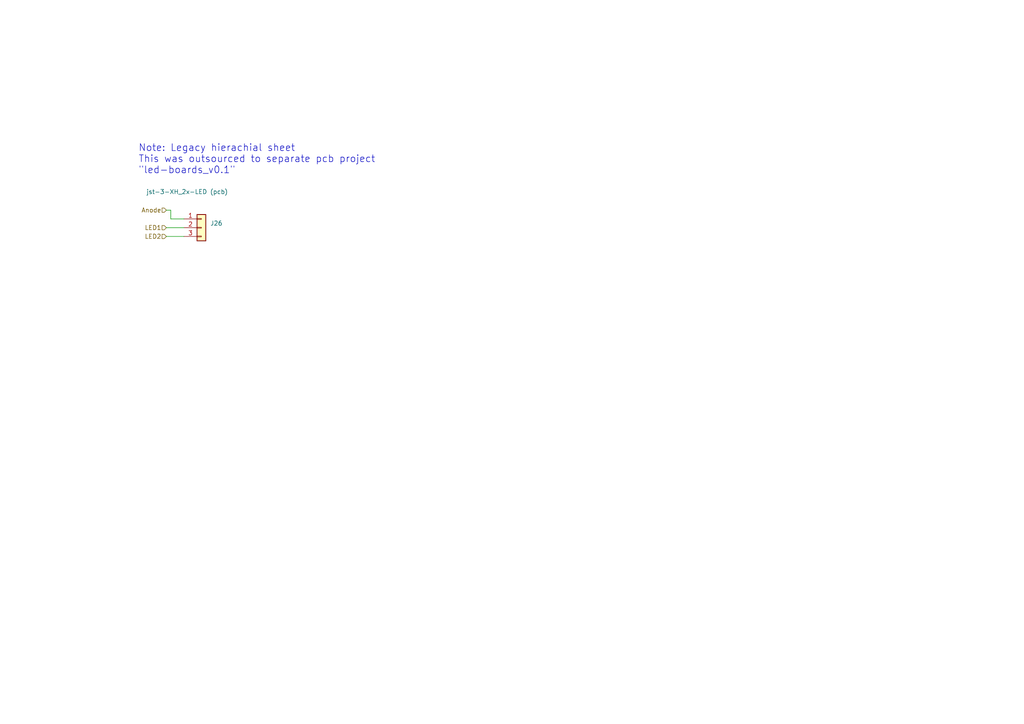
<source format=kicad_sch>
(kicad_sch (version 20231120) (generator "eeschema") (generator_version "8.0")
  (paper "A4")
  (lib_symbols
    (symbol "Connector_Generic:Conn_01x03" (pin_names (offset 1.016) hide)
      (property "Reference" "J" (at 0 5.08 0))
      (property "Value" "Conn_01x03" (at 0 -5.08 0))
      (symbol "Conn_01x03_1_1"
        (rectangle (start -1.27 -2.413) (end 0 -2.667) (stroke (width 0.1524)))
        (rectangle (start -1.27 0.127) (end 0 -0.127) (stroke (width 0.1524)))
        (rectangle (start -1.27 2.667) (end 0 2.413) (stroke (width 0.1524)))
        (rectangle (start -1.27 3.81) (end 1.27 -3.81) (stroke (width 0.254)) (fill (type background)))
        (pin passive line (at -5.08 2.54 0) (length 3.81) (name "Pin_1") (number "1"))
        (pin passive line (at -5.08 0 0) (length 3.81) (name "Pin_2") (number "2"))
        (pin passive line (at -5.08 -2.54 0) (length 3.81) (name "Pin_3") (number "3"))
      )
    )
  )
  (wire (pts (xy 48.26 60.96) (xy 49.53 60.96)))
  (wire (pts (xy 49.53 60.96) (xy 49.53 63.5)))
  (wire (pts (xy 49.53 63.5) (xy 53.34 63.5)))
  (wire (pts (xy 48.26 68.58) (xy 53.34 68.58)))
  (wire (pts (xy 48.26 66.04) (xy 53.34 66.04)))
  (text "Note: Legacy hierachial sheet\nThis was outsourced to separate pcb project \n\"led-boards_v0.1\"" (at 40.132 46.228 0) (effects (font (size 2 2)) (justify left)))
  (hierarchical_label "LED1" (shape input) (at 48.26 66.04 180))
  (hierarchical_label "LED2" (shape input) (at 48.26 68.58 180))
  (hierarchical_label "Anode" (shape input) (at 48.26 60.96 180))
  (symbol (lib_id "Connector_Generic:Conn_01x03") (at 58.42 66.04 0) (unit 1)
    (property "Reference" "J26" (at 60.96 64.7699 0) (effects (justify left)))
    (property "Value" "jst-3-XH_2x-LED (pcb)" (at 42.418 55.626 0) (effects (justify left)))
    (property "Footprint" "Connector_JST:JST_XH_B3B-XH-A_1x03_P2.50mm_Vertical" (effects (hide yes)))
    (property "Datasheet" "https://www.ebay.de/itm/183466543983" (effects (hide yes)))
    (property "Description" "Generic connector, single row, 01x03, script generated (kicad-library-utils/schlib/autogen/connector/)" (effects (hide yes)))
    (instances (project "" (path "" (reference "J26") (unit 1)) (path "" (reference "J24") (unit 1))))
  )
)
</source>
